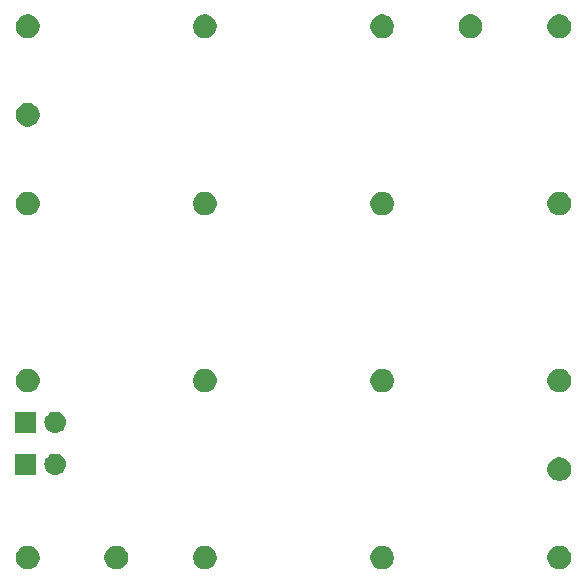
<source format=gbr>
G04 #@! TF.GenerationSoftware,KiCad,Pcbnew,5.0.1*
G04 #@! TF.CreationDate,2018-11-18T18:28:25+01:00*
G04 #@! TF.ProjectId,LED-Cube_MK3,4C45442D437562655F4D4B332E6B6963,rev?*
G04 #@! TF.SameCoordinates,Original*
G04 #@! TF.FileFunction,Soldermask,Bot*
G04 #@! TF.FilePolarity,Negative*
%FSLAX46Y46*%
G04 Gerber Fmt 4.6, Leading zero omitted, Abs format (unit mm)*
G04 Created by KiCad (PCBNEW 5.0.1) date So 18 Nov 2018 18:28:25 CET*
%MOMM*%
%LPD*%
G01*
G04 APERTURE LIST*
%ADD10C,0.100000*%
G04 APERTURE END LIST*
D10*
G36*
X37791981Y-61537468D02*
X37974150Y-61612925D01*
X38138103Y-61722475D01*
X38277525Y-61861897D01*
X38387075Y-62025850D01*
X38462532Y-62208019D01*
X38501000Y-62401410D01*
X38501000Y-62598590D01*
X38462532Y-62791981D01*
X38387075Y-62974150D01*
X38277525Y-63138103D01*
X38138103Y-63277525D01*
X37974150Y-63387075D01*
X37791981Y-63462532D01*
X37598590Y-63501000D01*
X37401410Y-63501000D01*
X37208019Y-63462532D01*
X37025850Y-63387075D01*
X36861897Y-63277525D01*
X36722475Y-63138103D01*
X36612925Y-62974150D01*
X36537468Y-62791981D01*
X36499000Y-62598590D01*
X36499000Y-62401410D01*
X36537468Y-62208019D01*
X36612925Y-62025850D01*
X36722475Y-61861897D01*
X36861897Y-61722475D01*
X37025850Y-61612925D01*
X37208019Y-61537468D01*
X37401410Y-61499000D01*
X37598590Y-61499000D01*
X37791981Y-61537468D01*
X37791981Y-61537468D01*
G37*
G36*
X30291981Y-61537468D02*
X30474150Y-61612925D01*
X30638103Y-61722475D01*
X30777525Y-61861897D01*
X30887075Y-62025850D01*
X30962532Y-62208019D01*
X31001000Y-62401410D01*
X31001000Y-62598590D01*
X30962532Y-62791981D01*
X30887075Y-62974150D01*
X30777525Y-63138103D01*
X30638103Y-63277525D01*
X30474150Y-63387075D01*
X30291981Y-63462532D01*
X30098590Y-63501000D01*
X29901410Y-63501000D01*
X29708019Y-63462532D01*
X29525850Y-63387075D01*
X29361897Y-63277525D01*
X29222475Y-63138103D01*
X29112925Y-62974150D01*
X29037468Y-62791981D01*
X28999000Y-62598590D01*
X28999000Y-62401410D01*
X29037468Y-62208019D01*
X29112925Y-62025850D01*
X29222475Y-61861897D01*
X29361897Y-61722475D01*
X29525850Y-61612925D01*
X29708019Y-61537468D01*
X29901410Y-61499000D01*
X30098590Y-61499000D01*
X30291981Y-61537468D01*
X30291981Y-61537468D01*
G37*
G36*
X22791981Y-61537468D02*
X22974150Y-61612925D01*
X23138103Y-61722475D01*
X23277525Y-61861897D01*
X23387075Y-62025850D01*
X23462532Y-62208019D01*
X23501000Y-62401410D01*
X23501000Y-62598590D01*
X23462532Y-62791981D01*
X23387075Y-62974150D01*
X23277525Y-63138103D01*
X23138103Y-63277525D01*
X22974150Y-63387075D01*
X22791981Y-63462532D01*
X22598590Y-63501000D01*
X22401410Y-63501000D01*
X22208019Y-63462532D01*
X22025850Y-63387075D01*
X21861897Y-63277525D01*
X21722475Y-63138103D01*
X21612925Y-62974150D01*
X21537468Y-62791981D01*
X21499000Y-62598590D01*
X21499000Y-62401410D01*
X21537468Y-62208019D01*
X21612925Y-62025850D01*
X21722475Y-61861897D01*
X21861897Y-61722475D01*
X22025850Y-61612925D01*
X22208019Y-61537468D01*
X22401410Y-61499000D01*
X22598590Y-61499000D01*
X22791981Y-61537468D01*
X22791981Y-61537468D01*
G37*
G36*
X67791981Y-61537468D02*
X67974150Y-61612925D01*
X68138103Y-61722475D01*
X68277525Y-61861897D01*
X68387075Y-62025850D01*
X68462532Y-62208019D01*
X68501000Y-62401410D01*
X68501000Y-62598590D01*
X68462532Y-62791981D01*
X68387075Y-62974150D01*
X68277525Y-63138103D01*
X68138103Y-63277525D01*
X67974150Y-63387075D01*
X67791981Y-63462532D01*
X67598590Y-63501000D01*
X67401410Y-63501000D01*
X67208019Y-63462532D01*
X67025850Y-63387075D01*
X66861897Y-63277525D01*
X66722475Y-63138103D01*
X66612925Y-62974150D01*
X66537468Y-62791981D01*
X66499000Y-62598590D01*
X66499000Y-62401410D01*
X66537468Y-62208019D01*
X66612925Y-62025850D01*
X66722475Y-61861897D01*
X66861897Y-61722475D01*
X67025850Y-61612925D01*
X67208019Y-61537468D01*
X67401410Y-61499000D01*
X67598590Y-61499000D01*
X67791981Y-61537468D01*
X67791981Y-61537468D01*
G37*
G36*
X52791981Y-61537468D02*
X52974150Y-61612925D01*
X53138103Y-61722475D01*
X53277525Y-61861897D01*
X53387075Y-62025850D01*
X53462532Y-62208019D01*
X53501000Y-62401410D01*
X53501000Y-62598590D01*
X53462532Y-62791981D01*
X53387075Y-62974150D01*
X53277525Y-63138103D01*
X53138103Y-63277525D01*
X52974150Y-63387075D01*
X52791981Y-63462532D01*
X52598590Y-63501000D01*
X52401410Y-63501000D01*
X52208019Y-63462532D01*
X52025850Y-63387075D01*
X51861897Y-63277525D01*
X51722475Y-63138103D01*
X51612925Y-62974150D01*
X51537468Y-62791981D01*
X51499000Y-62598590D01*
X51499000Y-62401410D01*
X51537468Y-62208019D01*
X51612925Y-62025850D01*
X51722475Y-61861897D01*
X51861897Y-61722475D01*
X52025850Y-61612925D01*
X52208019Y-61537468D01*
X52401410Y-61499000D01*
X52598590Y-61499000D01*
X52791981Y-61537468D01*
X52791981Y-61537468D01*
G37*
G36*
X67791981Y-54037468D02*
X67974150Y-54112925D01*
X68138103Y-54222475D01*
X68277525Y-54361897D01*
X68387075Y-54525850D01*
X68462532Y-54708019D01*
X68501000Y-54901410D01*
X68501000Y-55098590D01*
X68462532Y-55291981D01*
X68387075Y-55474150D01*
X68277525Y-55638103D01*
X68138103Y-55777525D01*
X67974150Y-55887075D01*
X67791981Y-55962532D01*
X67598590Y-56001000D01*
X67401410Y-56001000D01*
X67208019Y-55962532D01*
X67025850Y-55887075D01*
X66861897Y-55777525D01*
X66722475Y-55638103D01*
X66612925Y-55474150D01*
X66537468Y-55291981D01*
X66499000Y-55098590D01*
X66499000Y-54901410D01*
X66537468Y-54708019D01*
X66612925Y-54525850D01*
X66722475Y-54361897D01*
X66861897Y-54222475D01*
X67025850Y-54112925D01*
X67208019Y-54037468D01*
X67401410Y-53999000D01*
X67598590Y-53999000D01*
X67791981Y-54037468D01*
X67791981Y-54037468D01*
G37*
G36*
X23187000Y-55487000D02*
X21385000Y-55487000D01*
X21385000Y-53685000D01*
X23187000Y-53685000D01*
X23187000Y-55487000D01*
X23187000Y-55487000D01*
G37*
G36*
X24936443Y-53691519D02*
X25002627Y-53698037D01*
X25115853Y-53732384D01*
X25172467Y-53749557D01*
X25311087Y-53823652D01*
X25328991Y-53833222D01*
X25364729Y-53862552D01*
X25466186Y-53945814D01*
X25541403Y-54037468D01*
X25578778Y-54083009D01*
X25578779Y-54083011D01*
X25662443Y-54239533D01*
X25662443Y-54239534D01*
X25713963Y-54409373D01*
X25731359Y-54586000D01*
X25713963Y-54762627D01*
X25679616Y-54875853D01*
X25662443Y-54932467D01*
X25588348Y-55071087D01*
X25578778Y-55088991D01*
X25570900Y-55098590D01*
X25466186Y-55226186D01*
X25386013Y-55291981D01*
X25328991Y-55338778D01*
X25328989Y-55338779D01*
X25172467Y-55422443D01*
X25115853Y-55439616D01*
X25002627Y-55473963D01*
X24936443Y-55480481D01*
X24870260Y-55487000D01*
X24781740Y-55487000D01*
X24715557Y-55480481D01*
X24649373Y-55473963D01*
X24536147Y-55439616D01*
X24479533Y-55422443D01*
X24323011Y-55338779D01*
X24323009Y-55338778D01*
X24265987Y-55291981D01*
X24185814Y-55226186D01*
X24081100Y-55098590D01*
X24073222Y-55088991D01*
X24063652Y-55071087D01*
X23989557Y-54932467D01*
X23972384Y-54875853D01*
X23938037Y-54762627D01*
X23920641Y-54586000D01*
X23938037Y-54409373D01*
X23989557Y-54239534D01*
X23989557Y-54239533D01*
X24073221Y-54083011D01*
X24073222Y-54083009D01*
X24110597Y-54037468D01*
X24185814Y-53945814D01*
X24287271Y-53862552D01*
X24323009Y-53833222D01*
X24340913Y-53823652D01*
X24479533Y-53749557D01*
X24536147Y-53732384D01*
X24649373Y-53698037D01*
X24715557Y-53691519D01*
X24781740Y-53685000D01*
X24870260Y-53685000D01*
X24936443Y-53691519D01*
X24936443Y-53691519D01*
G37*
G36*
X23187000Y-51931000D02*
X21385000Y-51931000D01*
X21385000Y-50129000D01*
X23187000Y-50129000D01*
X23187000Y-51931000D01*
X23187000Y-51931000D01*
G37*
G36*
X24936443Y-50135519D02*
X25002627Y-50142037D01*
X25115853Y-50176384D01*
X25172467Y-50193557D01*
X25311087Y-50267652D01*
X25328991Y-50277222D01*
X25364729Y-50306552D01*
X25466186Y-50389814D01*
X25549448Y-50491271D01*
X25578778Y-50527009D01*
X25578779Y-50527011D01*
X25662443Y-50683533D01*
X25662443Y-50683534D01*
X25713963Y-50853373D01*
X25731359Y-51030000D01*
X25713963Y-51206627D01*
X25679616Y-51319853D01*
X25662443Y-51376467D01*
X25588348Y-51515087D01*
X25578778Y-51532991D01*
X25549448Y-51568729D01*
X25466186Y-51670186D01*
X25364729Y-51753448D01*
X25328991Y-51782778D01*
X25328989Y-51782779D01*
X25172467Y-51866443D01*
X25115853Y-51883616D01*
X25002627Y-51917963D01*
X24936442Y-51924482D01*
X24870260Y-51931000D01*
X24781740Y-51931000D01*
X24715558Y-51924482D01*
X24649373Y-51917963D01*
X24536147Y-51883616D01*
X24479533Y-51866443D01*
X24323011Y-51782779D01*
X24323009Y-51782778D01*
X24287271Y-51753448D01*
X24185814Y-51670186D01*
X24102552Y-51568729D01*
X24073222Y-51532991D01*
X24063652Y-51515087D01*
X23989557Y-51376467D01*
X23972384Y-51319853D01*
X23938037Y-51206627D01*
X23920641Y-51030000D01*
X23938037Y-50853373D01*
X23989557Y-50683534D01*
X23989557Y-50683533D01*
X24073221Y-50527011D01*
X24073222Y-50527009D01*
X24102552Y-50491271D01*
X24185814Y-50389814D01*
X24287271Y-50306552D01*
X24323009Y-50277222D01*
X24340913Y-50267652D01*
X24479533Y-50193557D01*
X24536147Y-50176384D01*
X24649373Y-50142037D01*
X24715557Y-50135519D01*
X24781740Y-50129000D01*
X24870260Y-50129000D01*
X24936443Y-50135519D01*
X24936443Y-50135519D01*
G37*
G36*
X37791981Y-46537468D02*
X37974150Y-46612925D01*
X38138103Y-46722475D01*
X38277525Y-46861897D01*
X38387075Y-47025850D01*
X38462532Y-47208019D01*
X38501000Y-47401410D01*
X38501000Y-47598590D01*
X38462532Y-47791981D01*
X38387075Y-47974150D01*
X38277525Y-48138103D01*
X38138103Y-48277525D01*
X37974150Y-48387075D01*
X37791981Y-48462532D01*
X37598590Y-48501000D01*
X37401410Y-48501000D01*
X37208019Y-48462532D01*
X37025850Y-48387075D01*
X36861897Y-48277525D01*
X36722475Y-48138103D01*
X36612925Y-47974150D01*
X36537468Y-47791981D01*
X36499000Y-47598590D01*
X36499000Y-47401410D01*
X36537468Y-47208019D01*
X36612925Y-47025850D01*
X36722475Y-46861897D01*
X36861897Y-46722475D01*
X37025850Y-46612925D01*
X37208019Y-46537468D01*
X37401410Y-46499000D01*
X37598590Y-46499000D01*
X37791981Y-46537468D01*
X37791981Y-46537468D01*
G37*
G36*
X22791981Y-46537468D02*
X22974150Y-46612925D01*
X23138103Y-46722475D01*
X23277525Y-46861897D01*
X23387075Y-47025850D01*
X23462532Y-47208019D01*
X23501000Y-47401410D01*
X23501000Y-47598590D01*
X23462532Y-47791981D01*
X23387075Y-47974150D01*
X23277525Y-48138103D01*
X23138103Y-48277525D01*
X22974150Y-48387075D01*
X22791981Y-48462532D01*
X22598590Y-48501000D01*
X22401410Y-48501000D01*
X22208019Y-48462532D01*
X22025850Y-48387075D01*
X21861897Y-48277525D01*
X21722475Y-48138103D01*
X21612925Y-47974150D01*
X21537468Y-47791981D01*
X21499000Y-47598590D01*
X21499000Y-47401410D01*
X21537468Y-47208019D01*
X21612925Y-47025850D01*
X21722475Y-46861897D01*
X21861897Y-46722475D01*
X22025850Y-46612925D01*
X22208019Y-46537468D01*
X22401410Y-46499000D01*
X22598590Y-46499000D01*
X22791981Y-46537468D01*
X22791981Y-46537468D01*
G37*
G36*
X67791981Y-46537468D02*
X67974150Y-46612925D01*
X68138103Y-46722475D01*
X68277525Y-46861897D01*
X68387075Y-47025850D01*
X68462532Y-47208019D01*
X68501000Y-47401410D01*
X68501000Y-47598590D01*
X68462532Y-47791981D01*
X68387075Y-47974150D01*
X68277525Y-48138103D01*
X68138103Y-48277525D01*
X67974150Y-48387075D01*
X67791981Y-48462532D01*
X67598590Y-48501000D01*
X67401410Y-48501000D01*
X67208019Y-48462532D01*
X67025850Y-48387075D01*
X66861897Y-48277525D01*
X66722475Y-48138103D01*
X66612925Y-47974150D01*
X66537468Y-47791981D01*
X66499000Y-47598590D01*
X66499000Y-47401410D01*
X66537468Y-47208019D01*
X66612925Y-47025850D01*
X66722475Y-46861897D01*
X66861897Y-46722475D01*
X67025850Y-46612925D01*
X67208019Y-46537468D01*
X67401410Y-46499000D01*
X67598590Y-46499000D01*
X67791981Y-46537468D01*
X67791981Y-46537468D01*
G37*
G36*
X52791981Y-46537468D02*
X52974150Y-46612925D01*
X53138103Y-46722475D01*
X53277525Y-46861897D01*
X53387075Y-47025850D01*
X53462532Y-47208019D01*
X53501000Y-47401410D01*
X53501000Y-47598590D01*
X53462532Y-47791981D01*
X53387075Y-47974150D01*
X53277525Y-48138103D01*
X53138103Y-48277525D01*
X52974150Y-48387075D01*
X52791981Y-48462532D01*
X52598590Y-48501000D01*
X52401410Y-48501000D01*
X52208019Y-48462532D01*
X52025850Y-48387075D01*
X51861897Y-48277525D01*
X51722475Y-48138103D01*
X51612925Y-47974150D01*
X51537468Y-47791981D01*
X51499000Y-47598590D01*
X51499000Y-47401410D01*
X51537468Y-47208019D01*
X51612925Y-47025850D01*
X51722475Y-46861897D01*
X51861897Y-46722475D01*
X52025850Y-46612925D01*
X52208019Y-46537468D01*
X52401410Y-46499000D01*
X52598590Y-46499000D01*
X52791981Y-46537468D01*
X52791981Y-46537468D01*
G37*
G36*
X22791981Y-31537468D02*
X22974150Y-31612925D01*
X23138103Y-31722475D01*
X23277525Y-31861897D01*
X23387075Y-32025850D01*
X23462532Y-32208019D01*
X23501000Y-32401410D01*
X23501000Y-32598590D01*
X23462532Y-32791981D01*
X23387075Y-32974150D01*
X23277525Y-33138103D01*
X23138103Y-33277525D01*
X22974150Y-33387075D01*
X22791981Y-33462532D01*
X22598590Y-33501000D01*
X22401410Y-33501000D01*
X22208019Y-33462532D01*
X22025850Y-33387075D01*
X21861897Y-33277525D01*
X21722475Y-33138103D01*
X21612925Y-32974150D01*
X21537468Y-32791981D01*
X21499000Y-32598590D01*
X21499000Y-32401410D01*
X21537468Y-32208019D01*
X21612925Y-32025850D01*
X21722475Y-31861897D01*
X21861897Y-31722475D01*
X22025850Y-31612925D01*
X22208019Y-31537468D01*
X22401410Y-31499000D01*
X22598590Y-31499000D01*
X22791981Y-31537468D01*
X22791981Y-31537468D01*
G37*
G36*
X67791981Y-31537468D02*
X67974150Y-31612925D01*
X68138103Y-31722475D01*
X68277525Y-31861897D01*
X68387075Y-32025850D01*
X68462532Y-32208019D01*
X68501000Y-32401410D01*
X68501000Y-32598590D01*
X68462532Y-32791981D01*
X68387075Y-32974150D01*
X68277525Y-33138103D01*
X68138103Y-33277525D01*
X67974150Y-33387075D01*
X67791981Y-33462532D01*
X67598590Y-33501000D01*
X67401410Y-33501000D01*
X67208019Y-33462532D01*
X67025850Y-33387075D01*
X66861897Y-33277525D01*
X66722475Y-33138103D01*
X66612925Y-32974150D01*
X66537468Y-32791981D01*
X66499000Y-32598590D01*
X66499000Y-32401410D01*
X66537468Y-32208019D01*
X66612925Y-32025850D01*
X66722475Y-31861897D01*
X66861897Y-31722475D01*
X67025850Y-31612925D01*
X67208019Y-31537468D01*
X67401410Y-31499000D01*
X67598590Y-31499000D01*
X67791981Y-31537468D01*
X67791981Y-31537468D01*
G37*
G36*
X52791981Y-31537468D02*
X52974150Y-31612925D01*
X53138103Y-31722475D01*
X53277525Y-31861897D01*
X53387075Y-32025850D01*
X53462532Y-32208019D01*
X53501000Y-32401410D01*
X53501000Y-32598590D01*
X53462532Y-32791981D01*
X53387075Y-32974150D01*
X53277525Y-33138103D01*
X53138103Y-33277525D01*
X52974150Y-33387075D01*
X52791981Y-33462532D01*
X52598590Y-33501000D01*
X52401410Y-33501000D01*
X52208019Y-33462532D01*
X52025850Y-33387075D01*
X51861897Y-33277525D01*
X51722475Y-33138103D01*
X51612925Y-32974150D01*
X51537468Y-32791981D01*
X51499000Y-32598590D01*
X51499000Y-32401410D01*
X51537468Y-32208019D01*
X51612925Y-32025850D01*
X51722475Y-31861897D01*
X51861897Y-31722475D01*
X52025850Y-31612925D01*
X52208019Y-31537468D01*
X52401410Y-31499000D01*
X52598590Y-31499000D01*
X52791981Y-31537468D01*
X52791981Y-31537468D01*
G37*
G36*
X37791981Y-31537468D02*
X37974150Y-31612925D01*
X38138103Y-31722475D01*
X38277525Y-31861897D01*
X38387075Y-32025850D01*
X38462532Y-32208019D01*
X38501000Y-32401410D01*
X38501000Y-32598590D01*
X38462532Y-32791981D01*
X38387075Y-32974150D01*
X38277525Y-33138103D01*
X38138103Y-33277525D01*
X37974150Y-33387075D01*
X37791981Y-33462532D01*
X37598590Y-33501000D01*
X37401410Y-33501000D01*
X37208019Y-33462532D01*
X37025850Y-33387075D01*
X36861897Y-33277525D01*
X36722475Y-33138103D01*
X36612925Y-32974150D01*
X36537468Y-32791981D01*
X36499000Y-32598590D01*
X36499000Y-32401410D01*
X36537468Y-32208019D01*
X36612925Y-32025850D01*
X36722475Y-31861897D01*
X36861897Y-31722475D01*
X37025850Y-31612925D01*
X37208019Y-31537468D01*
X37401410Y-31499000D01*
X37598590Y-31499000D01*
X37791981Y-31537468D01*
X37791981Y-31537468D01*
G37*
G36*
X22791981Y-24037468D02*
X22974150Y-24112925D01*
X23138103Y-24222475D01*
X23277525Y-24361897D01*
X23387075Y-24525850D01*
X23462532Y-24708019D01*
X23501000Y-24901410D01*
X23501000Y-25098590D01*
X23462532Y-25291981D01*
X23387075Y-25474150D01*
X23277525Y-25638103D01*
X23138103Y-25777525D01*
X22974150Y-25887075D01*
X22791981Y-25962532D01*
X22598590Y-26001000D01*
X22401410Y-26001000D01*
X22208019Y-25962532D01*
X22025850Y-25887075D01*
X21861897Y-25777525D01*
X21722475Y-25638103D01*
X21612925Y-25474150D01*
X21537468Y-25291981D01*
X21499000Y-25098590D01*
X21499000Y-24901410D01*
X21537468Y-24708019D01*
X21612925Y-24525850D01*
X21722475Y-24361897D01*
X21861897Y-24222475D01*
X22025850Y-24112925D01*
X22208019Y-24037468D01*
X22401410Y-23999000D01*
X22598590Y-23999000D01*
X22791981Y-24037468D01*
X22791981Y-24037468D01*
G37*
G36*
X22791981Y-16537468D02*
X22974150Y-16612925D01*
X23138103Y-16722475D01*
X23277525Y-16861897D01*
X23387075Y-17025850D01*
X23462532Y-17208019D01*
X23501000Y-17401410D01*
X23501000Y-17598590D01*
X23462532Y-17791981D01*
X23387075Y-17974150D01*
X23277525Y-18138103D01*
X23138103Y-18277525D01*
X22974150Y-18387075D01*
X22791981Y-18462532D01*
X22598590Y-18501000D01*
X22401410Y-18501000D01*
X22208019Y-18462532D01*
X22025850Y-18387075D01*
X21861897Y-18277525D01*
X21722475Y-18138103D01*
X21612925Y-17974150D01*
X21537468Y-17791981D01*
X21499000Y-17598590D01*
X21499000Y-17401410D01*
X21537468Y-17208019D01*
X21612925Y-17025850D01*
X21722475Y-16861897D01*
X21861897Y-16722475D01*
X22025850Y-16612925D01*
X22208019Y-16537468D01*
X22401410Y-16499000D01*
X22598590Y-16499000D01*
X22791981Y-16537468D01*
X22791981Y-16537468D01*
G37*
G36*
X37791981Y-16537468D02*
X37974150Y-16612925D01*
X38138103Y-16722475D01*
X38277525Y-16861897D01*
X38387075Y-17025850D01*
X38462532Y-17208019D01*
X38501000Y-17401410D01*
X38501000Y-17598590D01*
X38462532Y-17791981D01*
X38387075Y-17974150D01*
X38277525Y-18138103D01*
X38138103Y-18277525D01*
X37974150Y-18387075D01*
X37791981Y-18462532D01*
X37598590Y-18501000D01*
X37401410Y-18501000D01*
X37208019Y-18462532D01*
X37025850Y-18387075D01*
X36861897Y-18277525D01*
X36722475Y-18138103D01*
X36612925Y-17974150D01*
X36537468Y-17791981D01*
X36499000Y-17598590D01*
X36499000Y-17401410D01*
X36537468Y-17208019D01*
X36612925Y-17025850D01*
X36722475Y-16861897D01*
X36861897Y-16722475D01*
X37025850Y-16612925D01*
X37208019Y-16537468D01*
X37401410Y-16499000D01*
X37598590Y-16499000D01*
X37791981Y-16537468D01*
X37791981Y-16537468D01*
G37*
G36*
X52791981Y-16537468D02*
X52974150Y-16612925D01*
X53138103Y-16722475D01*
X53277525Y-16861897D01*
X53387075Y-17025850D01*
X53462532Y-17208019D01*
X53501000Y-17401410D01*
X53501000Y-17598590D01*
X53462532Y-17791981D01*
X53387075Y-17974150D01*
X53277525Y-18138103D01*
X53138103Y-18277525D01*
X52974150Y-18387075D01*
X52791981Y-18462532D01*
X52598590Y-18501000D01*
X52401410Y-18501000D01*
X52208019Y-18462532D01*
X52025850Y-18387075D01*
X51861897Y-18277525D01*
X51722475Y-18138103D01*
X51612925Y-17974150D01*
X51537468Y-17791981D01*
X51499000Y-17598590D01*
X51499000Y-17401410D01*
X51537468Y-17208019D01*
X51612925Y-17025850D01*
X51722475Y-16861897D01*
X51861897Y-16722475D01*
X52025850Y-16612925D01*
X52208019Y-16537468D01*
X52401410Y-16499000D01*
X52598590Y-16499000D01*
X52791981Y-16537468D01*
X52791981Y-16537468D01*
G37*
G36*
X67791981Y-16537468D02*
X67974150Y-16612925D01*
X68138103Y-16722475D01*
X68277525Y-16861897D01*
X68387075Y-17025850D01*
X68462532Y-17208019D01*
X68501000Y-17401410D01*
X68501000Y-17598590D01*
X68462532Y-17791981D01*
X68387075Y-17974150D01*
X68277525Y-18138103D01*
X68138103Y-18277525D01*
X67974150Y-18387075D01*
X67791981Y-18462532D01*
X67598590Y-18501000D01*
X67401410Y-18501000D01*
X67208019Y-18462532D01*
X67025850Y-18387075D01*
X66861897Y-18277525D01*
X66722475Y-18138103D01*
X66612925Y-17974150D01*
X66537468Y-17791981D01*
X66499000Y-17598590D01*
X66499000Y-17401410D01*
X66537468Y-17208019D01*
X66612925Y-17025850D01*
X66722475Y-16861897D01*
X66861897Y-16722475D01*
X67025850Y-16612925D01*
X67208019Y-16537468D01*
X67401410Y-16499000D01*
X67598590Y-16499000D01*
X67791981Y-16537468D01*
X67791981Y-16537468D01*
G37*
G36*
X60291981Y-16537468D02*
X60474150Y-16612925D01*
X60638103Y-16722475D01*
X60777525Y-16861897D01*
X60887075Y-17025850D01*
X60962532Y-17208019D01*
X61001000Y-17401410D01*
X61001000Y-17598590D01*
X60962532Y-17791981D01*
X60887075Y-17974150D01*
X60777525Y-18138103D01*
X60638103Y-18277525D01*
X60474150Y-18387075D01*
X60291981Y-18462532D01*
X60098590Y-18501000D01*
X59901410Y-18501000D01*
X59708019Y-18462532D01*
X59525850Y-18387075D01*
X59361897Y-18277525D01*
X59222475Y-18138103D01*
X59112925Y-17974150D01*
X59037468Y-17791981D01*
X58999000Y-17598590D01*
X58999000Y-17401410D01*
X59037468Y-17208019D01*
X59112925Y-17025850D01*
X59222475Y-16861897D01*
X59361897Y-16722475D01*
X59525850Y-16612925D01*
X59708019Y-16537468D01*
X59901410Y-16499000D01*
X60098590Y-16499000D01*
X60291981Y-16537468D01*
X60291981Y-16537468D01*
G37*
M02*

</source>
